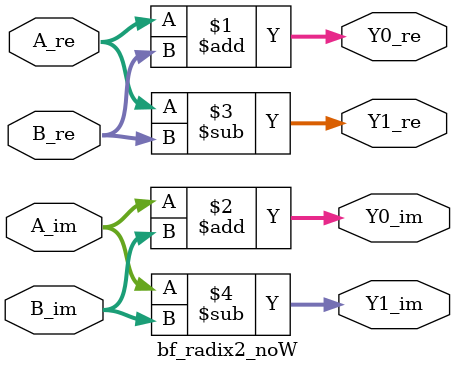
<source format=v>

module bf_radix2_noW
    (
        input signed [15:0] A_re,
        input signed [15:0] B_re,
        input signed [15:0] A_im,
        input signed [15:0] B_im,
        output signed [15:0] Y0_re,
        output signed [15:0] Y1_re,
        output signed [15:0] Y0_im,
        output signed [15:0] Y1_im
    );
 
// wire definition
// fill in your code here
assign Y0_re = A_re + B_re;
assign Y0_im = A_im + B_im;
assign Y1_re = A_re - B_re;
assign Y1_im = A_im - B_im;

// Y0 = A + B
// Y1 = A - B
// A, B, Y0, Y1 are complex number whose real and imag parts are represented with 1 sign bit, 7 integer bits, and 8 fractional bits
// fill in your code here



endmodule

</source>
